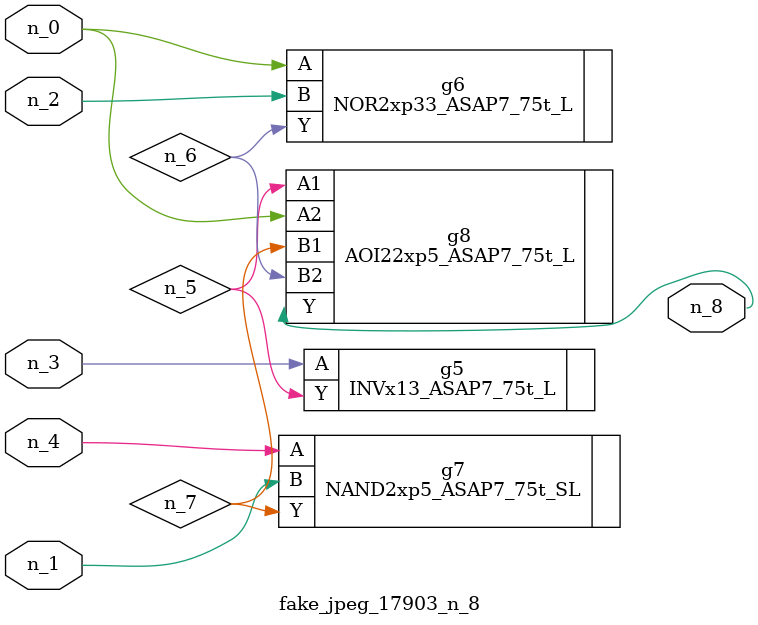
<source format=v>
module fake_jpeg_17903_n_8 (n_3, n_2, n_1, n_0, n_4, n_8);

input n_3;
input n_2;
input n_1;
input n_0;
input n_4;

output n_8;

wire n_6;
wire n_5;
wire n_7;

INVx13_ASAP7_75t_L g5 ( 
.A(n_3),
.Y(n_5)
);

NOR2xp33_ASAP7_75t_L g6 ( 
.A(n_0),
.B(n_2),
.Y(n_6)
);

NAND2xp5_ASAP7_75t_SL g7 ( 
.A(n_4),
.B(n_1),
.Y(n_7)
);

AOI22xp5_ASAP7_75t_L g8 ( 
.A1(n_5),
.A2(n_0),
.B1(n_7),
.B2(n_6),
.Y(n_8)
);


endmodule
</source>
